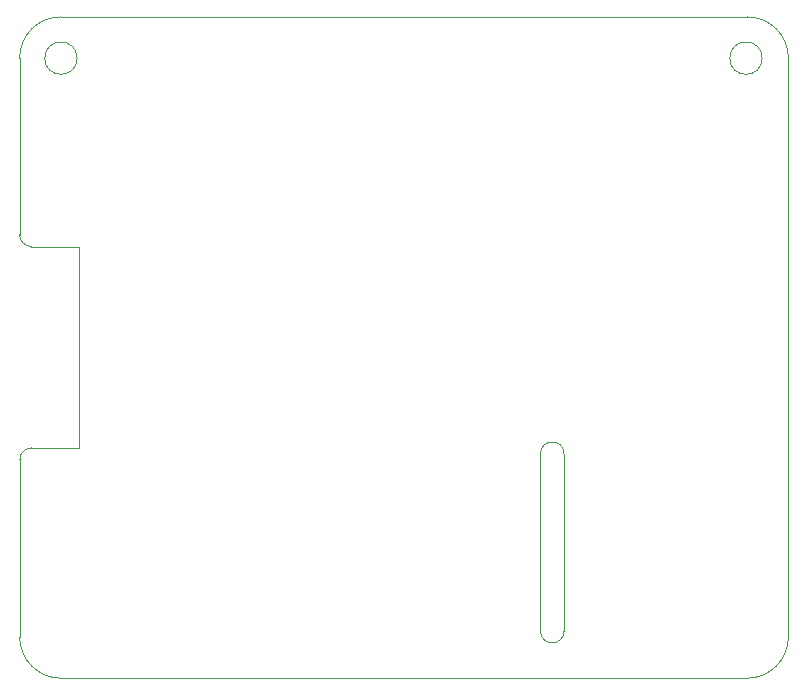
<source format=gbr>
G04 #@! TF.GenerationSoftware,KiCad,Pcbnew,(5.1.6)-1*
G04 #@! TF.CreationDate,2020-07-17T13:37:25+03:00*
G04 #@! TF.ProjectId,AstroPiMicro,41737472-6f50-4694-9d69-63726f2e6b69,1.0.8*
G04 #@! TF.SameCoordinates,Original*
G04 #@! TF.FileFunction,Profile,NP*
%FSLAX46Y46*%
G04 Gerber Fmt 4.6, Leading zero omitted, Abs format (unit mm)*
G04 Created by KiCad (PCBNEW (5.1.6)-1) date 2020-07-17 13:37:25*
%MOMM*%
%LPD*%
G01*
G04 APERTURE LIST*
G04 #@! TA.AperFunction,Profile*
%ADD10C,0.050000*%
G04 #@! TD*
G04 APERTURE END LIST*
D10*
X94100000Y-86000000D02*
G75*
G02*
X96100000Y-86000000I1000000J0D01*
G01*
X96100000Y-101000000D02*
G75*
G02*
X94100000Y-101000000I-1000000J0D01*
G01*
X94100000Y-86000000D02*
X94100000Y-101000000D01*
X96100000Y-101000000D02*
X96100000Y-86000000D01*
X51005769Y-85499984D02*
X55000000Y-85499984D01*
X50025753Y-86480000D02*
G75*
G02*
X51005769Y-85499984I980016J0D01*
G01*
X51010000Y-68451780D02*
X55000000Y-68451780D01*
X51010000Y-68451780D02*
G75*
G02*
X49998220Y-67440000I0J1011780D01*
G01*
X55000000Y-85499984D02*
X55000000Y-68451780D01*
X50005769Y-101500000D02*
X50025753Y-86480000D01*
X115094231Y-52500000D02*
X115094231Y-101500000D01*
X115094231Y-101500000D02*
G75*
G02*
X111600000Y-104994231I-3494231J0D01*
G01*
X111600000Y-49005769D02*
G75*
G02*
X115094231Y-52500000I0J-3494231D01*
G01*
X50005769Y-52500000D02*
G75*
G02*
X53500000Y-49005769I3494231J0D01*
G01*
X53500000Y-104994231D02*
G75*
G02*
X50005769Y-101500000I0J3494231D01*
G01*
X53500000Y-104994231D02*
X111600000Y-104994231D01*
X112870328Y-52500000D02*
G75*
G03*
X112870328Y-52500000I-1370328J0D01*
G01*
X54870328Y-52500000D02*
G75*
G03*
X54870328Y-52500000I-1370328J0D01*
G01*
X49998220Y-67440000D02*
X50005769Y-52500000D01*
X53500000Y-49005769D02*
X111600000Y-49005769D01*
M02*

</source>
